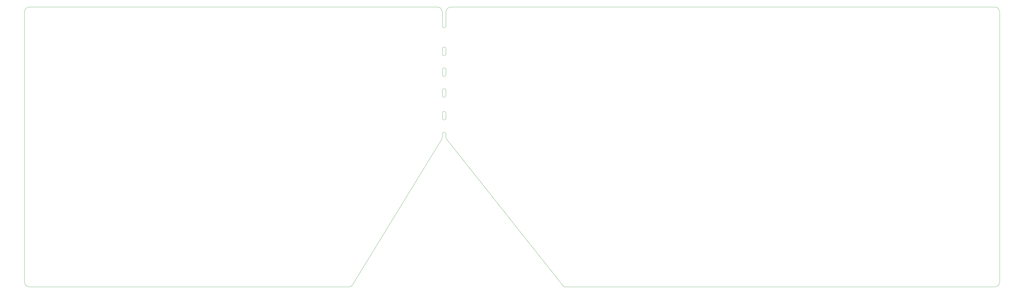
<source format=gbr>
%TF.GenerationSoftware,KiCad,Pcbnew,(5.1.6)-1*%
%TF.CreationDate,2020-11-23T11:28:14-06:00*%
%TF.ProjectId,kb,6b622e6b-6963-4616-945f-706362585858,rev?*%
%TF.SameCoordinates,Original*%
%TF.FileFunction,Profile,NP*%
%FSLAX46Y46*%
G04 Gerber Fmt 4.6, Leading zero omitted, Abs format (unit mm)*
G04 Created by KiCad (PCBNEW (5.1.6)-1) date 2020-11-23 11:28:14*
%MOMM*%
%LPD*%
G01*
G04 APERTURE LIST*
%TA.AperFunction,Profile*%
%ADD10C,0.050000*%
%TD*%
G04 APERTURE END LIST*
D10*
X179070000Y-33020000D02*
X179070000Y-31115000D01*
X177800000Y-33020000D02*
X177800000Y-31115000D01*
X177800000Y-31115000D02*
G75*
G02*
X179070000Y-31115000I635000J0D01*
G01*
X179070000Y-33020000D02*
G75*
G02*
X177800000Y-33020000I-635000J0D01*
G01*
X179070000Y-40640000D02*
X179070000Y-38735000D01*
X177800000Y-40640000D02*
X177800000Y-38735000D01*
X177800000Y-38735000D02*
G75*
G02*
X179070000Y-38735000I635000J0D01*
G01*
X179070000Y-40640000D02*
G75*
G02*
X177800000Y-40640000I-635000J0D01*
G01*
X179255987Y-64135000D02*
G75*
G02*
X179070000Y-63685987I449013J449013D01*
G01*
X222250000Y-118110000D02*
G75*
G02*
X221615000Y-117475000I635000J1270000D01*
G01*
X179070000Y-17780000D02*
X179070000Y-22860000D01*
X177800000Y-22860000D02*
X177800000Y-17780000D01*
X179070000Y-48260000D02*
X179070000Y-46355000D01*
X177800000Y-48260000D02*
X177800000Y-46355000D01*
X179070000Y-56515000D02*
X179070000Y-54610000D01*
X179070000Y-63685987D02*
X179070000Y-62230000D01*
X177800000Y-56515000D02*
X177800000Y-54610000D01*
X177800000Y-63500000D02*
X177800000Y-62230000D01*
X179070000Y-56515000D02*
G75*
G02*
X177800000Y-56515000I-635000J0D01*
G01*
X177800000Y-62230000D02*
G75*
G02*
X179070000Y-62230000I635000J0D01*
G01*
X179070000Y-48260000D02*
G75*
G02*
X177800000Y-48260000I-635000J0D01*
G01*
X177800000Y-54610000D02*
G75*
G02*
X179070000Y-54610000I635000J0D01*
G01*
X177800000Y-46355000D02*
G75*
G02*
X179070000Y-46355000I635000J0D01*
G01*
X179070000Y-22860000D02*
G75*
G02*
X177800000Y-22860000I-635000J0D01*
G01*
X381000000Y-116205000D02*
G75*
G02*
X379095000Y-118110000I-1905000J0D01*
G01*
X179070000Y-17780000D02*
G75*
G02*
X180975000Y-15875000I1905000J0D01*
G01*
X379095000Y-15875000D02*
G75*
G02*
X381000000Y-17780000I0J-1905000D01*
G01*
X381000000Y-116205000D02*
X381000000Y-17780000D01*
X222250000Y-118110000D02*
X379095000Y-118110000D01*
X179255987Y-64135000D02*
X221615000Y-117475000D01*
X379095000Y-15875000D02*
X180975000Y-15875000D01*
X177800000Y-63500000D02*
G75*
G02*
X177536974Y-64135000I-898026J0D01*
G01*
X144857038Y-117552038D02*
G75*
G02*
X143510000Y-118110000I-1347038J1347038D01*
G01*
X27305000Y-118110000D02*
G75*
G02*
X25400000Y-116205000I0J1905000D01*
G01*
X25400000Y-17780000D02*
G75*
G02*
X27305000Y-15875000I1905000J0D01*
G01*
X175895000Y-15875000D02*
G75*
G02*
X177800000Y-17780000I0J-1905000D01*
G01*
X177536974Y-64135000D02*
X144857038Y-117552038D01*
X25400000Y-116205000D02*
X25400000Y-17780000D01*
X143510000Y-118110000D02*
X27305000Y-118110000D01*
X27305000Y-15875000D02*
X175895000Y-15875000D01*
M02*

</source>
